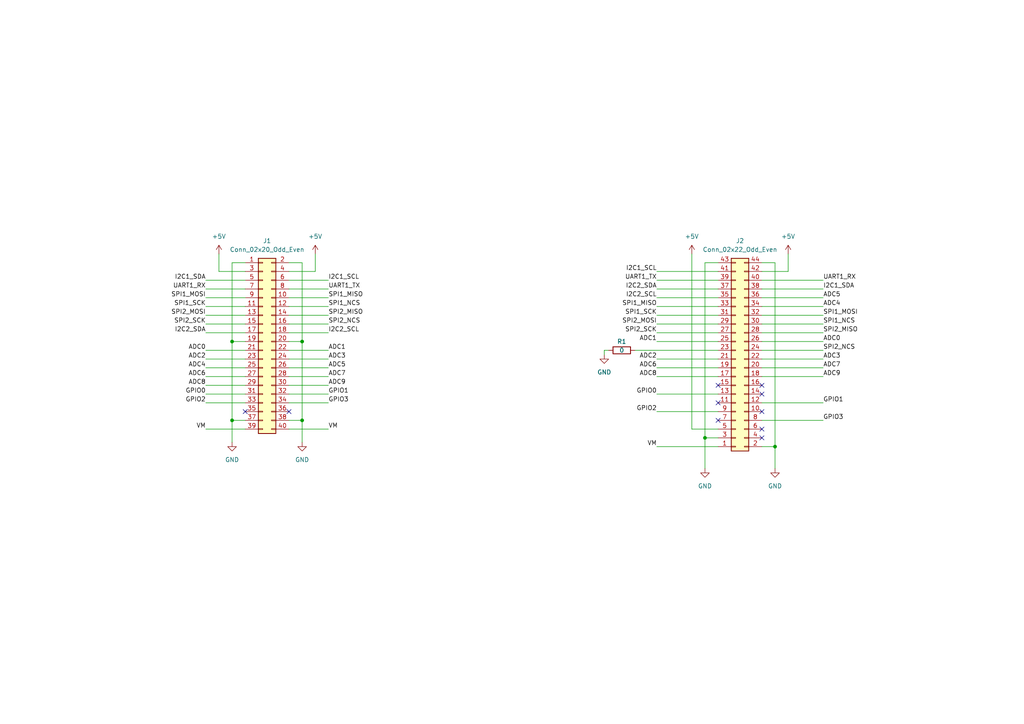
<source format=kicad_sch>
(kicad_sch (version 20211123) (generator eeschema)
  (paper "A4")
  (lib_symbols
    (symbol "Connector_Generic:Conn_02x20_Odd_Even" (pin_names (offset 1.016) hide)
      (property "Reference" "J" (at 1.27 25.4 0))
      (property "Value" "Conn_02x20_Odd_Even" (at 1.27 -27.94 0))
      (symbol "Conn_02x20_Odd_Even_1_1"
        (rectangle (start -1.27 -25.273) (end 0 -25.527) (stroke (width 0.1524)))
        (rectangle (start -1.27 -22.733) (end 0 -22.987) (stroke (width 0.1524)))
        (rectangle (start -1.27 -20.193) (end 0 -20.447) (stroke (width 0.1524)))
        (rectangle (start -1.27 -17.653) (end 0 -17.907) (stroke (width 0.1524)))
        (rectangle (start -1.27 -15.113) (end 0 -15.367) (stroke (width 0.1524)))
        (rectangle (start -1.27 -12.573) (end 0 -12.827) (stroke (width 0.1524)))
        (rectangle (start -1.27 -10.033) (end 0 -10.287) (stroke (width 0.1524)))
        (rectangle (start -1.27 -7.493) (end 0 -7.747) (stroke (width 0.1524)))
        (rectangle (start -1.27 -4.953) (end 0 -5.207) (stroke (width 0.1524)))
        (rectangle (start -1.27 -2.413) (end 0 -2.667) (stroke (width 0.1524)))
        (rectangle (start -1.27 0.127) (end 0 -0.127) (stroke (width 0.1524)))
        (rectangle (start -1.27 2.667) (end 0 2.413) (stroke (width 0.1524)))
        (rectangle (start -1.27 5.207) (end 0 4.953) (stroke (width 0.1524)))
        (rectangle (start -1.27 7.747) (end 0 7.493) (stroke (width 0.1524)))
        (rectangle (start -1.27 10.287) (end 0 10.033) (stroke (width 0.1524)))
        (rectangle (start -1.27 12.827) (end 0 12.573) (stroke (width 0.1524)))
        (rectangle (start -1.27 15.367) (end 0 15.113) (stroke (width 0.1524)))
        (rectangle (start -1.27 17.907) (end 0 17.653) (stroke (width 0.1524)))
        (rectangle (start -1.27 20.447) (end 0 20.193) (stroke (width 0.1524)))
        (rectangle (start -1.27 22.987) (end 0 22.733) (stroke (width 0.1524)))
        (rectangle (start -1.27 24.13) (end 3.81 -26.67) (stroke (width 0.254)) (fill (type background)))
        (rectangle (start 3.81 -25.273) (end 2.54 -25.527) (stroke (width 0.1524)))
        (rectangle (start 3.81 -22.733) (end 2.54 -22.987) (stroke (width 0.1524)))
        (rectangle (start 3.81 -20.193) (end 2.54 -20.447) (stroke (width 0.1524)))
        (rectangle (start 3.81 -17.653) (end 2.54 -17.907) (stroke (width 0.1524)))
        (rectangle (start 3.81 -15.113) (end 2.54 -15.367) (stroke (width 0.1524)))
        (rectangle (start 3.81 -12.573) (end 2.54 -12.827) (stroke (width 0.1524)))
        (rectangle (start 3.81 -10.033) (end 2.54 -10.287) (stroke (width 0.1524)))
        (rectangle (start 3.81 -7.493) (end 2.54 -7.747) (stroke (width 0.1524)))
        (rectangle (start 3.81 -4.953) (end 2.54 -5.207) (stroke (width 0.1524)))
        (rectangle (start 3.81 -2.413) (end 2.54 -2.667) (stroke (width 0.1524)))
        (rectangle (start 3.81 0.127) (end 2.54 -0.127) (stroke (width 0.1524)))
        (rectangle (start 3.81 2.667) (end 2.54 2.413) (stroke (width 0.1524)))
        (rectangle (start 3.81 5.207) (end 2.54 4.953) (stroke (width 0.1524)))
        (rectangle (start 3.81 7.747) (end 2.54 7.493) (stroke (width 0.1524)))
        (rectangle (start 3.81 10.287) (end 2.54 10.033) (stroke (width 0.1524)))
        (rectangle (start 3.81 12.827) (end 2.54 12.573) (stroke (width 0.1524)))
        (rectangle (start 3.81 15.367) (end 2.54 15.113) (stroke (width 0.1524)))
        (rectangle (start 3.81 17.907) (end 2.54 17.653) (stroke (width 0.1524)))
        (rectangle (start 3.81 20.447) (end 2.54 20.193) (stroke (width 0.1524)))
        (rectangle (start 3.81 22.987) (end 2.54 22.733) (stroke (width 0.1524)))
        (pin passive line (at -5.08 22.86 0) (length 3.81) (name "Pin_1") (number "1"))
        (pin passive line (at 7.62 12.7 180) (length 3.81) (name "Pin_10") (number "10"))
        (pin passive line (at -5.08 10.16 0) (length 3.81) (name "Pin_11") (number "11"))
        (pin passive line (at 7.62 10.16 180) (length 3.81) (name "Pin_12") (number "12"))
        (pin passive line (at -5.08 7.62 0) (length 3.81) (name "Pin_13") (number "13"))
        (pin passive line (at 7.62 7.62 180) (length 3.81) (name "Pin_14") (number "14"))
        (pin passive line (at -5.08 5.08 0) (length 3.81) (name "Pin_15") (number "15"))
        (pin passive line (at 7.62 5.08 180) (length 3.81) (name "Pin_16") (number "16"))
        (pin passive line (at -5.08 2.54 0) (length 3.81) (name "Pin_17") (number "17"))
        (pin passive line (at 7.62 2.54 180) (length 3.81) (name "Pin_18") (number "18"))
        (pin passive line (at -5.08 0 0) (length 3.81) (name "Pin_19") (number "19"))
        (pin passive line (at 7.62 22.86 180) (length 3.81) (name "Pin_2") (number "2"))
        (pin passive line (at 7.62 0 180) (length 3.81) (name "Pin_20") (number "20"))
        (pin passive line (at -5.08 -2.54 0) (length 3.81) (name "Pin_21") (number "21"))
        (pin passive line (at 7.62 -2.54 180) (length 3.81) (name "Pin_22") (number "22"))
        (pin passive line (at -5.08 -5.08 0) (length 3.81) (name "Pin_23") (number "23"))
        (pin passive line (at 7.62 -5.08 180) (length 3.81) (name "Pin_24") (number "24"))
        (pin passive line (at -5.08 -7.62 0) (length 3.81) (name "Pin_25") (number "25"))
        (pin passive line (at 7.62 -7.62 180) (length 3.81) (name "Pin_26") (number "26"))
        (pin passive line (at -5.08 -10.16 0) (length 3.81) (name "Pin_27") (number "27"))
        (pin passive line (at 7.62 -10.16 180) (length 3.81) (name "Pin_28") (number "28"))
        (pin passive line (at -5.08 -12.7 0) (length 3.81) (name "Pin_29") (number "29"))
        (pin passive line (at -5.08 20.32 0) (length 3.81) (name "Pin_3") (number "3"))
        (pin passive line (at 7.62 -12.7 180) (length 3.81) (name "Pin_30") (number "30"))
        (pin passive line (at -5.08 -15.24 0) (length 3.81) (name "Pin_31") (number "31"))
        (pin passive line (at 7.62 -15.24 180) (length 3.81) (name "Pin_32") (number "32"))
        (pin passive line (at -5.08 -17.78 0) (length 3.81) (name "Pin_33") (number "33"))
        (pin passive line (at 7.62 -17.78 180) (length 3.81) (name "Pin_34") (number "34"))
        (pin passive line (at -5.08 -20.32 0) (length 3.81) (name "Pin_35") (number "35"))
        (pin passive line (at 7.62 -20.32 180) (length 3.81) (name "Pin_36") (number "36"))
        (pin passive line (at -5.08 -22.86 0) (length 3.81) (name "Pin_37") (number "37"))
        (pin passive line (at 7.62 -22.86 180) (length 3.81) (name "Pin_38") (number "38"))
        (pin passive line (at -5.08 -25.4 0) (length 3.81) (name "Pin_39") (number "39"))
        (pin passive line (at 7.62 20.32 180) (length 3.81) (name "Pin_4") (number "4"))
        (pin passive line (at 7.62 -25.4 180) (length 3.81) (name "Pin_40") (number "40"))
        (pin passive line (at -5.08 17.78 0) (length 3.81) (name "Pin_5") (number "5"))
        (pin passive line (at 7.62 17.78 180) (length 3.81) (name "Pin_6") (number "6"))
        (pin passive line (at -5.08 15.24 0) (length 3.81) (name "Pin_7") (number "7"))
        (pin passive line (at 7.62 15.24 180) (length 3.81) (name "Pin_8") (number "8"))
        (pin passive line (at -5.08 12.7 0) (length 3.81) (name "Pin_9") (number "9"))
      )
    )
    (symbol "Connector_Generic:Conn_02x22_Odd_Even" (pin_names (offset 1.016) hide)
      (property "Reference" "J" (at 1.27 27.94 0))
      (property "Value" "Conn_02x22_Odd_Even" (at 1.27 -30.48 0))
      (symbol "Conn_02x22_Odd_Even_1_1"
        (rectangle (start -1.27 -27.813) (end 0 -28.067) (stroke (width 0.1524)))
        (rectangle (start -1.27 -25.273) (end 0 -25.527) (stroke (width 0.1524)))
        (rectangle (start -1.27 -22.733) (end 0 -22.987) (stroke (width 0.1524)))
        (rectangle (start -1.27 -20.193) (end 0 -20.447) (stroke (width 0.1524)))
        (rectangle (start -1.27 -17.653) (end 0 -17.907) (stroke (width 0.1524)))
        (rectangle (start -1.27 -15.113) (end 0 -15.367) (stroke (width 0.1524)))
        (rectangle (start -1.27 -12.573) (end 0 -12.827) (stroke (width 0.1524)))
        (rectangle (start -1.27 -10.033) (end 0 -10.287) (stroke (width 0.1524)))
        (rectangle (start -1.27 -7.493) (end 0 -7.747) (stroke (width 0.1524)))
        (rectangle (start -1.27 -4.953) (end 0 -5.207) (stroke (width 0.1524)))
        (rectangle (start -1.27 -2.413) (end 0 -2.667) (stroke (width 0.1524)))
        (rectangle (start -1.27 0.127) (end 0 -0.127) (stroke (width 0.1524)))
        (rectangle (start -1.27 2.667) (end 0 2.413) (stroke (width 0.1524)))
        (rectangle (start -1.27 5.207) (end 0 4.953) (stroke (width 0.1524)))
        (rectangle (start -1.27 7.747) (end 0 7.493) (stroke (width 0.1524)))
        (rectangle (start -1.27 10.287) (end 0 10.033) (stroke (width 0.1524)))
        (rectangle (start -1.27 12.827) (end 0 12.573) (stroke (width 0.1524)))
        (rectangle (start -1.27 15.367) (end 0 15.113) (stroke (width 0.1524)))
        (rectangle (start -1.27 17.907) (end 0 17.653) (stroke (width 0.1524)))
        (rectangle (start -1.27 20.447) (end 0 20.193) (stroke (width 0.1524)))
        (rectangle (start -1.27 22.987) (end 0 22.733) (stroke (width 0.1524)))
        (rectangle (start -1.27 25.527) (end 0 25.273) (stroke (width 0.1524)))
        (rectangle (start -1.27 26.67) (end 3.81 -29.21) (stroke (width 0.254)) (fill (type background)))
        (rectangle (start 3.81 -27.813) (end 2.54 -28.067) (stroke (width 0.1524)))
        (rectangle (start 3.81 -25.273) (end 2.54 -25.527) (stroke (width 0.1524)))
        (rectangle (start 3.81 -22.733) (end 2.54 -22.987) (stroke (width 0.1524)))
        (rectangle (start 3.81 -20.193) (end 2.54 -20.447) (stroke (width 0.1524)))
        (rectangle (start 3.81 -17.653) (end 2.54 -17.907) (stroke (width 0.1524)))
        (rectangle (start 3.81 -15.113) (end 2.54 -15.367) (stroke (width 0.1524)))
        (rectangle (start 3.81 -12.573) (end 2.54 -12.827) (stroke (width 0.1524)))
        (rectangle (start 3.81 -10.033) (end 2.54 -10.287) (stroke (width 0.1524)))
        (rectangle (start 3.81 -7.493) (end 2.54 -7.747) (stroke (width 0.1524)))
        (rectangle (start 3.81 -4.953) (end 2.54 -5.207) (stroke (width 0.1524)))
        (rectangle (start 3.81 -2.413) (end 2.54 -2.667) (stroke (width 0.1524)))
        (rectangle (start 3.81 0.127) (end 2.54 -0.127) (stroke (width 0.1524)))
        (rectangle (start 3.81 2.667) (end 2.54 2.413) (stroke (width 0.1524)))
        (rectangle (start 3.81 5.207) (end 2.54 4.953) (stroke (width 0.1524)))
        (rectangle (start 3.81 7.747) (end 2.54 7.493) (stroke (width 0.1524)))
        (rectangle (start 3.81 10.287) (end 2.54 10.033) (stroke (width 0.1524)))
        (rectangle (start 3.81 12.827) (end 2.54 12.573) (stroke (width 0.1524)))
        (rectangle (start 3.81 15.367) (end 2.54 15.113) (stroke (width 0.1524)))
        (rectangle (start 3.81 17.907) (end 2.54 17.653) (stroke (width 0.1524)))
        (rectangle (start 3.81 20.447) (end 2.54 20.193) (stroke (width 0.1524)))
        (rectangle (start 3.81 22.987) (end 2.54 22.733) (stroke (width 0.1524)))
        (rectangle (start 3.81 25.527) (end 2.54 25.273) (stroke (width 0.1524)))
        (pin passive line (at -5.08 25.4 0) (length 3.81) (name "Pin_1") (number "1"))
        (pin passive line (at 7.62 15.24 180) (length 3.81) (name "Pin_10") (number "10"))
        (pin passive line (at -5.08 12.7 0) (length 3.81) (name "Pin_11") (number "11"))
        (pin passive line (at 7.62 12.7 180) (length 3.81) (name "Pin_12") (number "12"))
        (pin passive line (at -5.08 10.16 0) (length 3.81) (name "Pin_13") (number "13"))
        (pin passive line (at 7.62 10.16 180) (length 3.81) (name "Pin_14") (number "14"))
        (pin passive line (at -5.08 7.62 0) (length 3.81) (name "Pin_15") (number "15"))
        (pin passive line (at 7.62 7.62 180) (length 3.81) (name "Pin_16") (number "16"))
        (pin passive line (at -5.08 5.08 0) (length 3.81) (name "Pin_17") (number "17"))
        (pin passive line (at 7.62 5.08 180) (length 3.81) (name "Pin_18") (number "18"))
        (pin passive line (at -5.08 2.54 0) (length 3.81) (name "Pin_19") (number "19"))
        (pin passive line (at 7.62 25.4 180) (length 3.81) (name "Pin_2") (number "2"))
        (pin passive line (at 7.62 2.54 180) (length 3.81) (name "Pin_20") (number "20"))
        (pin passive line (at -5.08 0 0) (length 3.81) (name "Pin_21") (number "21"))
        (pin passive line (at 7.62 0 180) (length 3.81) (name "Pin_22") (number "22"))
        (pin passive line (at -5.08 -2.54 0) (length 3.81) (name "Pin_23") (number "23"))
        (pin passive line (at 7.62 -2.54 180) (length 3.81) (name "Pin_24") (number "24"))
        (pin passive line (at -5.08 -5.08 0) (length 3.81) (name "Pin_25") (number "25"))
        (pin passive line (at 7.62 -5.08 180) (length 3.81) (name "Pin_26") (number "26"))
        (pin passive line (at -5.08 -7.62 0) (length 3.81) (name "Pin_27") (number "27"))
        (pin passive line (at 7.62 -7.62 180) (length 3.81) (name "Pin_28") (number "28"))
        (pin passive line (at -5.08 -10.16 0) (length 3.81) (name "Pin_29") (number "29"))
        (pin passive line (at -5.08 22.86 0) (length 3.81) (name "Pin_3") (number "3"))
        (pin passive line (at 7.62 -10.16 180) (length 3.81) (name "Pin_30") (number "30"))
        (pin passive line (at -5.08 -12.7 0) (length 3.81) (name "Pin_31") (number "31"))
        (pin passive line (at 7.62 -12.7 180) (length 3.81) (name "Pin_32") (number "32"))
        (pin passive line (at -5.08 -15.24 0) (length 3.81) (name "Pin_33") (number "33"))
        (pin passive line (at 7.62 -15.24 180) (length 3.81) (name "Pin_34") (number "34"))
        (pin passive line (at -5.08 -17.78 0) (length 3.81) (name "Pin_35") (number "35"))
        (pin passive line (at 7.62 -17.78 180) (length 3.81) (name "Pin_36") (number "36"))
        (pin passive line (at -5.08 -20.32 0) (length 3.81) (name "Pin_37") (number "37"))
        (pin passive line (at 7.62 -20.32 180) (length 3.81) (name "Pin_38") (number "38"))
        (pin passive line (at -5.08 -22.86 0) (length 3.81) (name "Pin_39") (number "39"))
        (pin passive line (at 7.62 22.86 180) (length 3.81) (name "Pin_4") (number "4"))
        (pin passive line (at 7.62 -22.86 180) (length 3.81) (name "Pin_40") (number "40"))
        (pin passive line (at -5.08 -25.4 0) (length 3.81) (name "Pin_41") (number "41"))
        (pin passive line (at 7.62 -25.4 180) (length 3.81) (name "Pin_42") (number "42"))
        (pin passive line (at -5.08 -27.94 0) (length 3.81) (name "Pin_43") (number "43"))
        (pin passive line (at 7.62 -27.94 180) (length 3.81) (name "Pin_44") (number "44"))
        (pin passive line (at -5.08 20.32 0) (length 3.81) (name "Pin_5") (number "5"))
        (pin passive line (at 7.62 20.32 180) (length 3.81) (name "Pin_6") (number "6"))
        (pin passive line (at -5.08 17.78 0) (length 3.81) (name "Pin_7") (number "7"))
        (pin passive line (at 7.62 17.78 180) (length 3.81) (name "Pin_8") (number "8"))
        (pin passive line (at -5.08 15.24 0) (length 3.81) (name "Pin_9") (number "9"))
      )
    )
    (symbol "Device:R" (pin_numbers hide) (pin_names (offset 0))
      (property "Reference" "R" (at 2.032 0 90))
      (property "Value" "R" (at 0 0 90))
      (symbol "R_0_1"
        (rectangle (start -1.016 -2.54) (end 1.016 2.54) (stroke (width 0.254)))
      )
      (symbol "R_1_1"
        (pin passive line (at 0 3.81 270) (length 1.27) (name "~") (number "1"))
        (pin passive line (at 0 -3.81 90) (length 1.27) (name "~") (number "2"))
      )
    )
    (symbol "power:+5V" (power) (pin_names (offset 0))
      (property "Value" "+5V" (at 0 3.556 0))
      (symbol "+5V_0_1"
        (polyline (pts (xy -0.762 1.27) (xy 0 2.54)))
        (polyline (pts (xy 0 0) (xy 0 2.54)))
        (polyline (pts (xy 0 2.54) (xy 0.762 1.27)))
      )
      (symbol "+5V_1_1"
        (pin power_in line (at 0 0 90) (length 0) hide (name "+5V") (number "1"))
      )
    )
    (symbol "power:GND" (power) (pin_names (offset 0))
      (property "Value" "GND" (at 0 -3.81 0))
      (symbol "GND_0_1"
        (polyline (pts (xy 0 0) (xy 0 -1.27) (xy 1.27 -1.27) (xy 0 -2.54) (xy -1.27 -1.27) (xy 0 -1.27)))
      )
      (symbol "GND_1_1"
        (pin power_in line (at 0 0 270) (length 0) hide (name "GND") (number "1"))
      )
    )
  )
  (junction (at 67.31 121.92))
  (junction (at 67.31 99.06))
  (junction (at 224.79 129.54))
  (junction (at 87.63 121.92))
  (junction (at 204.47 127))
  (junction (at 87.63 99.06))
  (no_connect (at 83.82 119.38))
  (no_connect (at 71.12 119.38))
  (no_connect (at 220.98 114.3))
  (no_connect (at 220.98 119.38))
  (no_connect (at 208.28 116.84))
  (no_connect (at 220.98 111.76))
  (no_connect (at 208.28 111.76))
  (no_connect (at 208.28 121.92))
  (no_connect (at 220.98 127))
  (no_connect (at 220.98 124.46))
  (wire (pts (xy 190.5 91.44) (xy 208.28 91.44)))
  (wire (pts (xy 220.98 101.6) (xy 238.76 101.6)))
  (wire (pts (xy 190.5 93.98) (xy 208.28 93.98)))
  (wire (pts (xy 220.98 116.84) (xy 238.76 116.84)))
  (wire (pts (xy 190.5 114.3) (xy 208.28 114.3)))
  (wire (pts (xy 59.69 124.46) (xy 71.12 124.46)))
  (wire (pts (xy 67.31 99.06) (xy 67.31 76.2)))
  (wire (pts (xy 220.98 129.54) (xy 224.79 129.54)))
  (wire (pts (xy 59.69 91.44) (xy 71.12 91.44)))
  (wire (pts (xy 220.98 93.98) (xy 238.76 93.98)))
  (wire (pts (xy 59.69 96.52) (xy 71.12 96.52)))
  (wire (pts (xy 190.5 86.36) (xy 208.28 86.36)))
  (wire (pts (xy 190.5 106.68) (xy 208.28 106.68)))
  (wire (pts (xy 190.5 129.54) (xy 208.28 129.54)))
  (wire (pts (xy 59.69 101.6) (xy 71.12 101.6)))
  (wire (pts (xy 83.82 116.84) (xy 95.25 116.84)))
  (wire (pts (xy 59.69 86.36) (xy 71.12 86.36)))
  (wire (pts (xy 83.82 114.3) (xy 95.25 114.3)))
  (wire (pts (xy 83.82 81.28) (xy 95.25 81.28)))
  (wire (pts (xy 59.69 106.68) (xy 71.12 106.68)))
  (wire (pts (xy 87.63 76.2) (xy 87.63 99.06)))
  (wire (pts (xy 67.31 99.06) (xy 71.12 99.06)))
  (wire (pts (xy 83.82 99.06) (xy 87.63 99.06)))
  (wire (pts (xy 220.98 104.14) (xy 238.76 104.14)))
  (wire (pts (xy 71.12 78.74) (xy 63.5 78.74)))
  (wire (pts (xy 220.98 88.9) (xy 238.76 88.9)))
  (wire (pts (xy 87.63 121.92) (xy 87.63 128.27)))
  (wire (pts (xy 220.98 109.22) (xy 238.76 109.22)))
  (wire (pts (xy 59.69 111.76) (xy 71.12 111.76)))
  (wire (pts (xy 83.82 78.74) (xy 91.44 78.74)))
  (wire (pts (xy 87.63 99.06) (xy 87.63 121.92)))
  (wire (pts (xy 83.82 76.2) (xy 87.63 76.2)))
  (wire (pts (xy 67.31 121.92) (xy 67.31 99.06)))
  (wire (pts (xy 83.82 91.44) (xy 95.25 91.44)))
  (wire (pts (xy 208.28 76.2) (xy 204.47 76.2)))
  (wire (pts (xy 83.82 109.22) (xy 95.25 109.22)))
  (wire (pts (xy 220.98 99.06) (xy 238.76 99.06)))
  (wire (pts (xy 83.82 101.6) (xy 95.25 101.6)))
  (wire (pts (xy 83.82 88.9) (xy 95.25 88.9)))
  (wire (pts (xy 59.69 109.22) (xy 71.12 109.22)))
  (wire (pts (xy 184.15 101.6) (xy 208.28 101.6)))
  (wire (pts (xy 59.69 93.98) (xy 71.12 93.98)))
  (wire (pts (xy 83.82 96.52) (xy 95.25 96.52)))
  (wire (pts (xy 224.79 76.2) (xy 220.98 76.2)))
  (wire (pts (xy 59.69 88.9) (xy 71.12 88.9)))
  (wire (pts (xy 190.5 78.74) (xy 208.28 78.74)))
  (wire (pts (xy 204.47 127) (xy 208.28 127)))
  (wire (pts (xy 59.69 81.28) (xy 71.12 81.28)))
  (wire (pts (xy 175.26 101.6) (xy 175.26 102.87)))
  (wire (pts (xy 83.82 93.98) (xy 95.25 93.98)))
  (wire (pts (xy 220.98 83.82) (xy 238.76 83.82)))
  (wire (pts (xy 220.98 91.44) (xy 238.76 91.44)))
  (wire (pts (xy 204.47 127) (xy 204.47 135.89)))
  (wire (pts (xy 83.82 83.82) (xy 95.25 83.82)))
  (wire (pts (xy 67.31 128.27) (xy 67.31 121.92)))
  (wire (pts (xy 190.5 119.38) (xy 208.28 119.38)))
  (wire (pts (xy 83.82 104.14) (xy 95.25 104.14)))
  (wire (pts (xy 83.82 106.68) (xy 95.25 106.68)))
  (wire (pts (xy 220.98 121.92) (xy 238.76 121.92)))
  (wire (pts (xy 190.5 88.9) (xy 208.28 88.9)))
  (wire (pts (xy 59.69 83.82) (xy 71.12 83.82)))
  (wire (pts (xy 190.5 96.52) (xy 208.28 96.52)))
  (wire (pts (xy 190.5 104.14) (xy 208.28 104.14)))
  (wire (pts (xy 220.98 96.52) (xy 238.76 96.52)))
  (wire (pts (xy 67.31 76.2) (xy 71.12 76.2)))
  (wire (pts (xy 91.44 78.74) (xy 91.44 73.66)))
  (wire (pts (xy 83.82 121.92) (xy 87.63 121.92)))
  (wire (pts (xy 59.69 114.3) (xy 71.12 114.3)))
  (wire (pts (xy 224.79 129.54) (xy 224.79 76.2)))
  (wire (pts (xy 59.69 116.84) (xy 71.12 116.84)))
  (wire (pts (xy 220.98 78.74) (xy 228.6 78.74)))
  (wire (pts (xy 190.5 83.82) (xy 208.28 83.82)))
  (wire (pts (xy 59.69 104.14) (xy 71.12 104.14)))
  (wire (pts (xy 220.98 86.36) (xy 238.76 86.36)))
  (wire (pts (xy 176.53 101.6) (xy 175.26 101.6)))
  (wire (pts (xy 67.31 121.92) (xy 71.12 121.92)))
  (wire (pts (xy 204.47 76.2) (xy 204.47 127)))
  (wire (pts (xy 83.82 86.36) (xy 95.25 86.36)))
  (wire (pts (xy 200.66 124.46) (xy 200.66 73.66)))
  (wire (pts (xy 83.82 124.46) (xy 95.25 124.46)))
  (wire (pts (xy 190.5 81.28) (xy 208.28 81.28)))
  (wire (pts (xy 220.98 106.68) (xy 238.76 106.68)))
  (wire (pts (xy 63.5 78.74) (xy 63.5 73.66)))
  (wire (pts (xy 228.6 78.74) (xy 228.6 73.66)))
  (wire (pts (xy 220.98 81.28) (xy 238.76 81.28)))
  (wire (pts (xy 190.5 109.22) (xy 208.28 109.22)))
  (wire (pts (xy 190.5 99.06) (xy 208.28 99.06)))
  (wire (pts (xy 208.28 124.46) (xy 200.66 124.46)))
  (wire (pts (xy 83.82 111.76) (xy 95.25 111.76)))
  (wire (pts (xy 224.79 135.89) (xy 224.79 129.54)))
  (label "ADC7" (at 95.25 109.22 0))
  (label "ADC9" (at 95.25 111.76 0))
  (label "SPI1_MISO" (at 95.25 86.36 0))
  (label "ADC0" (at 238.76 99.06 0))
  (label "ADC8" (at 190.5 109.22 180))
  (label "ADC9" (at 238.76 109.22 0))
  (label "ADC8" (at 59.69 111.76 180))
  (label "ADC6" (at 59.69 109.22 180))
  (label "SPI1_MOSI" (at 59.69 86.36 180))
  (label "I2C2_SDA" (at 59.69 96.52 180))
  (label "VM" (at 59.69 124.46 180))
  (label "SPI1_SCK" (at 190.5 91.44 180))
  (label "ADC5" (at 95.25 106.68 0))
  (label "GPIO3" (at 95.25 116.84 0))
  (label "SPI2_SCK" (at 59.69 93.98 180))
  (label "ADC3" (at 95.25 104.14 0))
  (label "SPI2_MISO" (at 95.25 91.44 0))
  (label "GPIO2" (at 59.69 116.84 180))
  (label "SPI2_SCK" (at 190.5 96.52 180))
  (label "I2C2_SCL" (at 95.25 96.52 0))
  (label "I2C1_SDA" (at 238.76 83.82 0))
  (label "ADC6" (at 190.5 106.68 180))
  (label "GPIO3" (at 238.76 121.92 0))
  (label "SPI2_MISO" (at 238.76 96.52 0))
  (label "GPIO2" (at 190.5 119.38 180))
  (label "UART1_RX" (at 238.76 81.28 0))
  (label "GPIO1" (at 238.76 116.84 0))
  (label "ADC2" (at 59.69 104.14 180))
  (label "GPIO0" (at 190.5 114.3 180))
  (label "I2C1_SCL" (at 95.25 81.28 0))
  (label "I2C1_SDA" (at 59.69 81.28 180))
  (label "SPI1_NCS" (at 95.25 88.9 0))
  (label "SPI2_NCS" (at 95.25 93.98 0))
  (label "ADC2" (at 190.5 104.14 180))
  (label "ADC1" (at 95.25 101.6 0))
  (label "ADC4" (at 238.76 88.9 0))
  (label "SPI2_MOSI" (at 190.5 93.98 180))
  (label "SPI1_SCK" (at 59.69 88.9 180))
  (label "GPIO1" (at 95.25 114.3 0))
  (label "I2C2_SCL" (at 190.5 86.36 180))
  (label "UART1_TX" (at 190.5 81.28 180))
  (label "ADC1" (at 190.5 99.06 180))
  (label "VM" (at 190.5 129.54 180))
  (label "SPI1_NCS" (at 238.76 93.98 0))
  (label "SPI1_MOSI" (at 238.76 91.44 0))
  (label "ADC3" (at 238.76 104.14 0))
  (label "UART1_RX" (at 59.69 83.82 180))
  (label "GPIO0" (at 59.69 114.3 180))
  (label "SPI1_MISO" (at 190.5 88.9 180))
  (label "SPI2_NCS" (at 238.76 101.6 0))
  (label "I2C2_SDA" (at 190.5 83.82 180))
  (label "ADC5" (at 238.76 86.36 0))
  (label "ADC4" (at 59.69 106.68 180))
  (label "VM" (at 95.25 124.46 0))
  (label "SPI2_MOSI" (at 59.69 91.44 180))
  (label "I2C1_SCL" (at 190.5 78.74 180))
  (label "UART1_TX" (at 95.25 83.82 0))
  (label "ADC0" (at 59.69 101.6 180))
  (label "ADC7" (at 238.76 106.68 0))
  (symbol (lib_id "power:GND") (at 224.79 135.89 0) (unit 1)
    (property "Reference" "#PWR0107" (effects hide))
    (property "Value" "GND" (at 224.79 140.97 0))
  )
  (symbol (lib_id "power:+5V") (at 91.44 73.66 0) (unit 1)
    (property "Reference" "#PWR0106" (effects hide))
    (property "Value" "+5V" (at 91.44 68.58 0))
  )
  (symbol (lib_id "power:+5V") (at 228.6 73.66 0) (unit 1)
    (property "Reference" "#PWR0104" (effects hide))
    (property "Value" "+5V" (at 228.6 68.58 0))
  )
  (symbol (lib_id "Connector_Generic:Conn_02x20_Odd_Even") (at 76.2 99.06 0) (unit 1)
    (property "Reference" "J1" (at 77.47 69.85 0))
    (property "Value" "Conn_02x20_Odd_Even" (at 77.47 72.39 0))
    (property "Footprint" "pmod-conn_6x2:con_Alchemy_mirrored" (effects hide))
  )
  (symbol (lib_id "power:GND") (at 175.26 102.87 0) (unit 1)
    (property "Reference" "#PWR0109" (effects hide))
    (property "Value" "GND" (at 175.26 107.95 0))
  )
  (symbol (lib_id "power:GND") (at 67.31 128.27 0) (unit 1)
    (property "Reference" "#PWR0101" (effects hide))
    (property "Value" "GND" (at 67.31 133.35 0))
  )
  (symbol (lib_id "power:GND") (at 204.47 135.89 0) (unit 1)
    (property "Reference" "#PWR0108" (effects hide))
    (property "Value" "GND" (at 204.47 140.97 0))
  )
  (symbol (lib_id "power:GND") (at 87.63 128.27 0) (unit 1)
    (property "Reference" "#PWR0102" (effects hide))
    (property "Value" "GND" (at 87.63 133.35 0))
  )
  (symbol (lib_id "power:+5V") (at 200.66 73.66 0) (unit 1)
    (property "Reference" "#PWR0103" (effects hide))
    (property "Value" "+5V" (at 200.66 68.58 0))
  )
  (symbol (lib_id "power:+5V") (at 63.5 73.66 0) (unit 1)
    (property "Reference" "#PWR0105" (effects hide))
    (property "Value" "+5V" (at 63.5 68.58 0))
  )
  (symbol (lib_id "Device:R") (at 180.34 101.6 90) (unit 1)
    (property "Reference" "R1" (at 180.34 99.06 90))
    (property "Value" "0" (at 180.34 101.6 90))
    (property "Footprint" "Resistor_SMD:R_0805_2012Metric" (effects hide))
  )
  (symbol (lib_id "Connector_Generic:Conn_02x22_Odd_Even") (at 213.36 104.14 0) (mirror x) (unit 1)
    (property "Reference" "J2" (at 214.63 69.85 0))
    (property "Value" "Conn_02x22_Odd_Even" (at 214.63 72.39 0))
    (property "Footprint" "Connector_PinHeader_2.54mm:PinHeader_2x22_P2.54mm_Vertical" (effects hide))
  )
)
</source>
